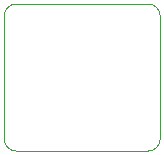
<source format=gm1>
G04 #@! TF.GenerationSoftware,KiCad,Pcbnew,5.1.2-f72e74a~84~ubuntu16.04.1*
G04 #@! TF.CreationDate,2019-05-05T13:09:47-04:00*
G04 #@! TF.ProjectId,gy-521_trrs_pcb,67792d35-3231-45f7-9472-72735f706362,1.0*
G04 #@! TF.SameCoordinates,Original*
G04 #@! TF.FileFunction,Profile,NP*
%FSLAX46Y46*%
G04 Gerber Fmt 4.6, Leading zero omitted, Abs format (unit mm)*
G04 Created by KiCad (PCBNEW 5.1.2-f72e74a~84~ubuntu16.04.1) date 2019-05-05 13:09:47*
%MOMM*%
%LPD*%
G04 APERTURE LIST*
%ADD10C,0.050000*%
G04 APERTURE END LIST*
D10*
X147320000Y-89408000D02*
X147320000Y-99822000D01*
X159512000Y-88392000D02*
X148336000Y-88392000D01*
X160528000Y-99822000D02*
X160528000Y-89408000D01*
X155956000Y-100838000D02*
X159512000Y-100838000D01*
X148336000Y-100838000D02*
X155956000Y-100838000D01*
X147320000Y-89408000D02*
G75*
G02X148336000Y-88392000I1016000J0D01*
G01*
X148336000Y-100838000D02*
G75*
G02X147320000Y-99822000I0J1016000D01*
G01*
X159512000Y-88392000D02*
G75*
G02X160528000Y-89408000I0J-1016000D01*
G01*
X160528000Y-99822000D02*
G75*
G02X159512000Y-100838000I-1016000J0D01*
G01*
M02*

</source>
